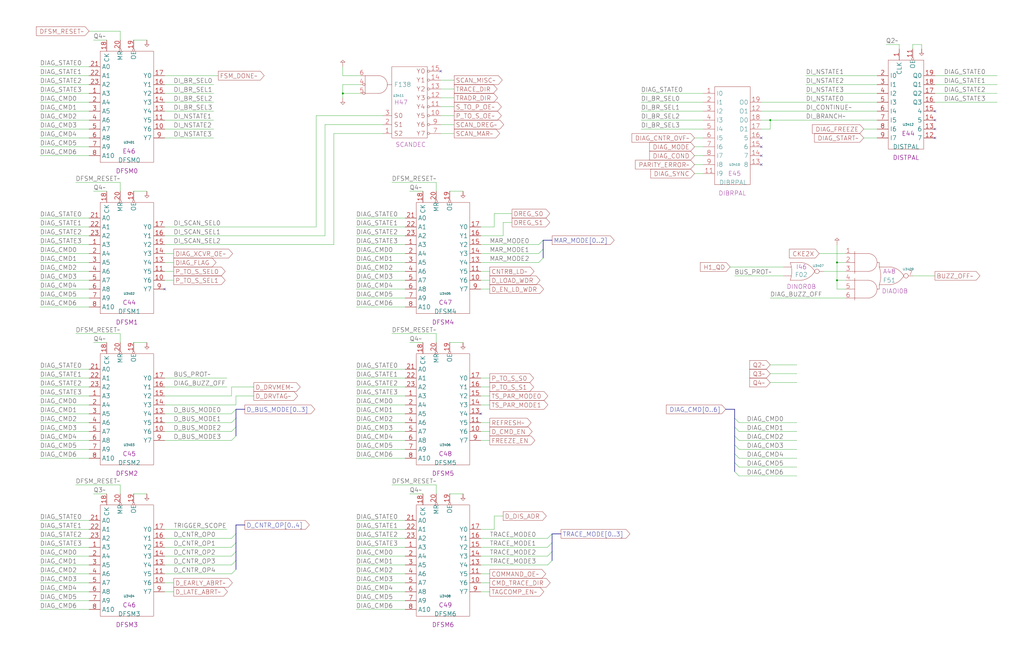
<source format=kicad_sch>
(kicad_sch (version 20220126) (generator eeschema)
  (paper "User" 584.2 378.46)
  (title_block (title "DIAGNOSTIC AND CONTROL\\nDIAG FINITE STATE MACHINE") (date "08-MAR-90") (rev "0.0") (comment 1 "MEM32 BOARD") (comment 2 "232-003066") (comment 3 "S400") (comment 4 "RELEASED"))
  (lib_symbols
    (symbol "r1000:DIBRPAL" (pin_names (offset 1.016))
      (property "Reference" "U" (at 2.54 5.08 0))
      (property "Value" "DIBRPAL" (at -6.35 -5.08 0))
      (property "Location" "___" (at -1.27 0 0))
      (property "Name" "______" (at 1.27 -12.7 0))
      (symbol "DIBRPAL_1_1"
        (pin input line (at -15.24 45.72 0) (length 6.35) (name "I0") (number "1"))
        (pin input line (at -15.24 0 0) (length 6.35) (name "I9") (number "11"))
        (pin output line (at 17.78 35.56 180) (length 6.35) (name "O1") (number "12"))
        (pin input line (at 17.78 5.08 180) (length 6.35) (name "8") (number "13"))
        (pin input line (at 17.78 10.16 180) (length 6.35) (name "7") (number "14"))
        (pin input line (at 17.78 15.24 180) (length 6.35) (name "6") (number "15"))
        (pin input line (at 17.78 20.32 180) (length 6.35) (name "5") (number "16"))
        (pin tri_state line (at 17.78 25.4 180) (length 6.35) (name "D1") (number "17"))
        (pin tri_state line (at 17.78 30.48 180) (length 6.35) (name "D0") (number "18"))
        (pin output line (at 17.78 40.64 180) (length 6.35) (name "O0") (number "19"))
        (pin input line (at -15.24 40.64 0) (length 6.35) (name "I1") (number "2"))
        (pin input line (at -15.24 35.56 0) (length 6.35) (name "I2") (number "3"))
        (pin input line (at -15.24 30.48 0) (length 6.35) (name "I3") (number "4"))
        (pin input line (at -15.24 25.4 0) (length 6.35) (name "I4") (number "5"))
        (pin input line (at -15.24 20.32 0) (length 6.35) (name "I5") (number "6"))
        (pin input line (at -15.24 15.24 0) (length 6.35) (name "I6") (number "7"))
        (pin input line (at -15.24 10.16 0) (length 6.35) (name "I7") (number "8"))
        (pin input line (at -15.24 5.08 0) (length 6.35) (name "I8") (number "9"))
      )
    )
    (symbol "r1000:DISTPAL" (pin_names (offset 1.016))
      (property "Reference" "U" (at 2.54 5.08 0))
      (property "Value" "DISTPAL" (at -6.35 -7.62 0))
      (property "Location" "___" (at -1.27 0 0))
      (property "Name" "______" (at 1.27 -15.24 0))
      (symbol "DISTPAL_1_1"
        (pin input line (at -2.54 48.26 270) (length 6.35) (name "CLK") (number "1"))
        (pin input line (at 5.08 48.26 270) (length 5.08) (name "OE") (number "11"))
        (pin input line (at 17.78 -2.54 180) (length 6.35) (name "7") (number "12"))
        (pin input line (at 17.78 2.54 180) (length 6.35) (name "6") (number "13"))
        (pin input line (at 17.78 7.62 180) (length 6.35) (name "5") (number "14"))
        (pin input line (at 17.78 12.7 180) (length 6.35) (name "4") (number "15"))
        (pin output line (at 17.78 17.78 180) (length 6.35) (name "Q3") (number "16"))
        (pin output line (at 17.78 22.86 180) (length 6.35) (name "Q2") (number "17"))
        (pin output line (at 17.78 27.94 180) (length 6.35) (name "Q1") (number "18"))
        (pin output line (at 17.78 33.02 180) (length 6.35) (name "Q0") (number "19"))
        (pin input line (at -15.24 33.02 0) (length 6.35) (name "I0") (number "2"))
        (pin input line (at -15.24 27.94 0) (length 6.35) (name "I1") (number "3"))
        (pin input line (at -15.24 22.86 0) (length 6.35) (name "I2") (number "4"))
        (pin input line (at -15.24 17.78 0) (length 6.35) (name "I3") (number "5"))
        (pin input line (at -15.24 12.7 0) (length 6.35) (name "I4") (number "6"))
        (pin input line (at -15.24 7.62 0) (length 6.35) (name "I5") (number "7"))
        (pin input line (at -15.24 2.54 0) (length 6.35) (name "I6") (number "8"))
        (pin input line (at -15.24 -2.54 0) (length 6.35) (name "I7") (number "9"))
      )
    )
    (symbol "r1000:F02" (pin_numbers hide) (pin_names hide)
      (property "Reference" "U" (at 12.16 0.635 0))
      (property "Value" "F02" (at -1.27 -4.445 0))
      (property "Location" "___" (at 2.54 0 0))
      (property "Name" "______" (at 2.54 -12.7 0))
      (symbol "F02_1_1"
        (pin input line (at -7.62 0 0) (length 2.54) (name "D0") (number "1"))
        (pin input line (at -7.62 -5.08 0) (length 2.54) (name "D1") (number "2"))
        (pin output line (at 15.24 -2.54 180) (length 1.27) (name "Q") (number "3"))
      )
      (symbol "F02_1_2"
        (pin input line (at -7.62 0 0) (length 2.54) (name "D0") (number "1"))
        (pin input line (at -7.62 -5.08 0) (length 2.54) (name "D1") (number "2"))
        (pin output line (at 15.24 -2.54 180) (length 2.54) (name "Q") (number "3"))
      )
    )
    (symbol "r1000:F138" (pin_names (offset 1.016) hide)
      (property "Reference" "U" (at 1.27 3.81 0))
      (property "Value" "F138" (at -1.27 10.16 0))
      (property "Location" "___" (at -1.27 0 0))
      (property "Name" "______" (at 8.255 -24.13 0))
      (symbol "F138_1_1"
        (text "0" (at 2.54 -7.62 0) (effects (font (size 2.54 2.54))))
        (text "0" (at 15.24 17.78 0) (effects (font (size 2.54 2.54))))
        (text "1" (at 2.54 -12.7 0) (effects (font (size 2.54 2.54))))
        (text "1" (at 15.24 12.7 0) (effects (font (size 2.54 2.54))))
        (text "2" (at 2.54 -17.78 0) (effects (font (size 2.54 2.54))))
        (text "2" (at 15.24 7.62 0) (effects (font (size 2.54 2.54))))
        (text "3" (at 15.24 2.54 0) (effects (font (size 2.54 2.54))))
        (text "4" (at 15.24 -2.54 0) (effects (font (size 2.54 2.54))))
        (text "5" (at 15.24 -7.62 0) (effects (font (size 2.54 2.54))))
        (text "6" (at 15.24 -12.7 0) (effects (font (size 2.54 2.54))))
        (text "7" (at 15.24 -17.78 0) (effects (font (size 2.54 2.54))))
        (text "S" (at 0 -17.78 0) (effects (font (size 2.54 2.54))))
        (text "S" (at 0 -12.7 0) (effects (font (size 2.54 2.54))))
        (text "S" (at 0 -7.62 0) (effects (font (size 2.54 2.54))))
        (text "Y" (at 12.7 -17.78 0) (effects (font (size 2.54 2.54))))
        (text "Y" (at 12.7 -12.7 0) (effects (font (size 2.54 2.54))))
        (text "Y" (at 12.7 -7.62 0) (effects (font (size 2.54 2.54))))
        (text "Y" (at 12.7 -2.54 0) (effects (font (size 2.54 2.54))))
        (text "Y" (at 12.7 2.54 0) (effects (font (size 2.54 2.54))))
        (text "Y" (at 12.7 7.62 0) (effects (font (size 2.54 2.54))))
        (text "Y" (at 12.7 12.7 0) (effects (font (size 2.54 2.54))))
        (text "Y" (at 12.7 17.78 0) (effects (font (size 2.54 2.54))))
        (pin input line (at -7.62 -17.78 0) (length 5.08) (name "S2") (number "1"))
        (pin output line (at 25.4 -7.62 180) (length 6.35) (name "Y5_") (number "10"))
        (pin output line (at 25.4 -2.54 180) (length 6.35) (name "Y4_") (number "11"))
        (pin output line (at 25.4 2.54 180) (length 6.35) (name "Y3_") (number "12"))
        (pin output line (at 25.4 7.62 180) (length 6.35) (name "Y2_") (number "13"))
        (pin output line (at 25.4 12.7 180) (length 6.35) (name "Y1_") (number "14"))
        (pin output line (at 25.4 17.78 180) (length 6.35) (name "Y0_") (number "15"))
        (pin input line (at -7.62 -12.7 0) (length 5.08) (name "S1") (number "2"))
        (pin input line (at -7.62 -7.62 0) (length 5.08) (name "S0") (number "3"))
        (pin input line (at -20.32 10.16 0) (length 1.27) (name "D1") (number "4"))
        (pin input line (at -20.32 5.08 0) (length 1.27) (name "D2") (number "5"))
        (pin input line (at -20.32 15.24 0) (length 1.27) (name "D0") (number "6"))
        (pin output line (at 25.4 -17.78 180) (length 6.35) (name "Y7_") (number "7"))
        (pin output line (at 25.4 -12.7 180) (length 6.35) (name "Y6_") (number "9"))
      )
    )
    (symbol "r1000:F51" (pin_names hide)
      (property "Reference" "U" (at 12.7 1.27 0))
      (property "Value" "F51" (at 1.905 -5.08 0))
      (property "Location" "___" (at 1.905 0 0))
      (property "Name" "______" (at 5.08 -12.7 0))
      (symbol "F51_1_1"
        (pin input line (at -22.86 10.16 0) (length 2.54) (name "A1") (number "1"))
        (pin input line (at -22.86 5.08 0) (length 2.54) (name "A2") (number "2"))
        (pin input line (at -22.86 0 0) (length 2.54) (name "A3") (number "3"))
        (pin input line (at -22.86 -5.08 0) (length 2.54) (name "B1") (number "4"))
        (pin input line (at -22.86 -10.16 0) (length 2.54) (name "B2") (number "5"))
        (pin input line (at -22.86 -15.24 0) (length 2.54) (name "B3") (number "6"))
        (pin output line (at 15.24 -2.54 180) (length 2.54) (name "Q") (number "7"))
      )
    )
    (symbol "r1000:P2K8R" (pin_names (offset 1.016))
      (property "Reference" "U" (at 2.54 5.08 0))
      (property "Value" "P2K8R" (at -3.81 -5.08 0))
      (property "Location" "___" (at -1.27 0 0))
      (property "Name" "______" (at 1.27 -12.7 0))
      (symbol "P2K8R_1_1"
        (pin input line (at -20.32 33.02 0) (length 6.35) (name "A3") (number "1"))
        (pin tri_state line (at 22.86 12.7 180) (length 6.35) (name "Y6") (number "10"))
        (pin tri_state line (at 22.86 17.78 180) (length 6.35) (name "Y5") (number "11"))
        (pin tri_state line (at 22.86 22.86 180) (length 6.35) (name "Y4") (number "13"))
        (pin tri_state line (at 22.86 27.94 180) (length 6.35) (name "Y3") (number "14"))
        (pin tri_state line (at 22.86 33.02 180) (length 6.35) (name "Y2") (number "15"))
        (pin tri_state line (at 22.86 38.1 180) (length 6.35) (name "Y1") (number "16"))
        (pin tri_state line (at 22.86 43.18 180) (length 6.35) (name "Y0") (number "17"))
        (pin input line (at -10.16 63.5 270) (length 6.35) (name "CK") (number "18"))
        (pin input line (at 5.08 63.5 270) (length 5.08) (name "OE") (number "19"))
        (pin input line (at -20.32 27.94 0) (length 6.35) (name "A4") (number "2"))
        (pin input line (at -2.54 63.5 270) (length 5.08) (name "MR") (number "20"))
        (pin input line (at -20.32 48.26 0) (length 6.35) (name "A0") (number "21"))
        (pin input line (at -20.32 43.18 0) (length 6.35) (name "A1") (number "22"))
        (pin input line (at -20.32 38.1 0) (length 6.35) (name "A2") (number "23"))
        (pin input line (at -20.32 22.86 0) (length 6.35) (name "A5") (number "3"))
        (pin input line (at -20.32 17.78 0) (length 6.35) (name "A6") (number "4"))
        (pin input line (at -20.32 12.7 0) (length 6.35) (name "A7") (number "5"))
        (pin input line (at -20.32 7.62 0) (length 6.35) (name "A8") (number "6"))
        (pin input line (at -20.32 2.54 0) (length 6.35) (name "A9") (number "7"))
        (pin input line (at -20.32 -2.54 0) (length 6.35) (name "A10") (number "8"))
        (pin tri_state line (at 22.86 7.62 180) (length 6.35) (name "Y7") (number "9"))
      )
    )
    (symbol "r1000:PD" (power) (pin_numbers hide) (pin_names hide) (in_bom no)
      (symbol "PD_1_1"
        (pin power_in line (at 0 0 270) (length 2.54) (name "PD") (number "1"))
      )
    )
    (symbol "r1000:PU" (power) (pin_numbers hide) (pin_names hide)
      (symbol "PU_1_1"
        (pin power_in line (at 0 0 90) (length 2.54) (name "PU") (number "1"))
      )
    )
  )
  (bus (pts (xy 134.62 233.68) (xy 134.62 238.76)))
  (bus (pts (xy 134.62 233.68) (xy 139.7 233.68)))
  (bus (pts (xy 134.62 238.76) (xy 134.62 243.84)))
  (bus (pts (xy 134.62 243.84) (xy 134.62 248.92)))
  (bus (pts (xy 134.62 299.72) (xy 134.62 304.8)))
  (bus (pts (xy 134.62 299.72) (xy 139.7 299.72)))
  (bus (pts (xy 134.62 304.8) (xy 134.62 309.88)))
  (bus (pts (xy 134.62 309.88) (xy 134.62 314.96)))
  (bus (pts (xy 134.62 314.96) (xy 134.62 320.04)))
  (bus (pts (xy 134.62 320.04) (xy 134.62 325.12)))
  (bus (pts (xy 309.88 137.16) (xy 309.88 142.24)))
  (bus (pts (xy 309.88 137.16) (xy 314.96 137.16)))
  (bus (pts (xy 309.88 142.24) (xy 309.88 147.32)))
  (bus (pts (xy 314.96 304.8) (xy 314.96 309.88)))
  (bus (pts (xy 314.96 304.8) (xy 320.04 304.8)))
  (bus (pts (xy 314.96 309.88) (xy 314.96 314.96)))
  (bus (pts (xy 314.96 314.96) (xy 314.96 320.04)))
  (bus (pts (xy 419.1 233.68) (xy 414.02 233.68)))
  (bus (pts (xy 419.1 233.68) (xy 419.1 238.76)))
  (bus (pts (xy 419.1 238.76) (xy 419.1 243.84)))
  (bus (pts (xy 419.1 243.84) (xy 419.1 248.92)))
  (bus (pts (xy 419.1 248.92) (xy 419.1 254)))
  (bus (pts (xy 419.1 254) (xy 419.1 259.08)))
  (bus (pts (xy 419.1 259.08) (xy 419.1 264.16)))
  (bus (pts (xy 419.1 264.16) (xy 419.1 269.24)))
  (wire (pts (xy 132.08 220.98) (xy 132.08 226.06)))
  (wire (pts (xy 134.62 226.06) (xy 144.78 226.06)))
  (wire (pts (xy 134.62 231.14) (xy 134.62 226.06)))
  (wire (pts (xy 144.78 220.98) (xy 132.08 220.98)))
  (wire (pts (xy 180.34 129.54) (xy 180.34 66.04)))
  (wire (pts (xy 180.34 66.04) (xy 218.44 66.04)))
  (wire (pts (xy 185.42 134.62) (xy 185.42 71.12)))
  (wire (pts (xy 185.42 71.12) (xy 218.44 71.12)))
  (wire (pts (xy 190.5 139.7) (xy 190.5 76.2)))
  (wire (pts (xy 190.5 76.2) (xy 218.44 76.2)))
  (wire (pts (xy 195.58 43.18) (xy 195.58 38.1)))
  (wire (pts (xy 195.58 48.26) (xy 195.58 53.34)))
  (wire (pts (xy 195.58 53.34) (xy 195.58 55.88)))
  (wire (pts (xy 203.2 124.46) (xy 231.14 124.46)))
  (wire (pts (xy 203.2 129.54) (xy 231.14 129.54)))
  (wire (pts (xy 203.2 134.62) (xy 231.14 134.62)))
  (wire (pts (xy 203.2 139.7) (xy 231.14 139.7)))
  (wire (pts (xy 203.2 144.78) (xy 231.14 144.78)))
  (wire (pts (xy 203.2 149.86) (xy 231.14 149.86)))
  (wire (pts (xy 203.2 154.94) (xy 231.14 154.94)))
  (wire (pts (xy 203.2 160.02) (xy 231.14 160.02)))
  (wire (pts (xy 203.2 165.1) (xy 231.14 165.1)))
  (wire (pts (xy 203.2 170.18) (xy 231.14 170.18)))
  (wire (pts (xy 203.2 175.26) (xy 231.14 175.26)))
  (wire (pts (xy 203.2 210.82) (xy 231.14 210.82)))
  (wire (pts (xy 203.2 215.9) (xy 231.14 215.9)))
  (wire (pts (xy 203.2 220.98) (xy 231.14 220.98)))
  (wire (pts (xy 203.2 226.06) (xy 231.14 226.06)))
  (wire (pts (xy 203.2 231.14) (xy 231.14 231.14)))
  (wire (pts (xy 203.2 236.22) (xy 231.14 236.22)))
  (wire (pts (xy 203.2 241.3) (xy 231.14 241.3)))
  (wire (pts (xy 203.2 246.38) (xy 231.14 246.38)))
  (wire (pts (xy 203.2 251.46) (xy 231.14 251.46)))
  (wire (pts (xy 203.2 256.54) (xy 231.14 256.54)))
  (wire (pts (xy 203.2 261.62) (xy 231.14 261.62)))
  (wire (pts (xy 203.2 297.18) (xy 231.14 297.18)))
  (wire (pts (xy 203.2 302.26) (xy 231.14 302.26)))
  (wire (pts (xy 203.2 307.34) (xy 231.14 307.34)))
  (wire (pts (xy 203.2 312.42) (xy 231.14 312.42)))
  (wire (pts (xy 203.2 317.5) (xy 231.14 317.5)))
  (wire (pts (xy 203.2 322.58) (xy 231.14 322.58)))
  (wire (pts (xy 203.2 327.66) (xy 231.14 327.66)))
  (wire (pts (xy 203.2 332.74) (xy 231.14 332.74)))
  (wire (pts (xy 203.2 337.82) (xy 231.14 337.82)))
  (wire (pts (xy 203.2 342.9) (xy 231.14 342.9)))
  (wire (pts (xy 203.2 347.98) (xy 231.14 347.98)))
  (wire (pts (xy 205.74 43.18) (xy 195.58 43.18)))
  (wire (pts (xy 205.74 48.26) (xy 195.58 48.26)))
  (wire (pts (xy 205.74 53.34) (xy 195.58 53.34)))
  (wire (pts (xy 22.86 124.46) (xy 50.8 124.46)))
  (wire (pts (xy 22.86 129.54) (xy 50.8 129.54)))
  (wire (pts (xy 22.86 134.62) (xy 50.8 134.62)))
  (wire (pts (xy 22.86 139.7) (xy 50.8 139.7)))
  (wire (pts (xy 22.86 144.78) (xy 50.8 144.78)))
  (wire (pts (xy 22.86 149.86) (xy 50.8 149.86)))
  (wire (pts (xy 22.86 154.94) (xy 50.8 154.94)))
  (wire (pts (xy 22.86 160.02) (xy 50.8 160.02)))
  (wire (pts (xy 22.86 165.1) (xy 50.8 165.1)))
  (wire (pts (xy 22.86 170.18) (xy 50.8 170.18)))
  (wire (pts (xy 22.86 175.26) (xy 50.8 175.26)))
  (wire (pts (xy 22.86 210.82) (xy 50.8 210.82)))
  (wire (pts (xy 22.86 215.9) (xy 50.8 215.9)))
  (wire (pts (xy 22.86 220.98) (xy 50.8 220.98)))
  (wire (pts (xy 22.86 226.06) (xy 50.8 226.06)))
  (wire (pts (xy 22.86 231.14) (xy 50.8 231.14)))
  (wire (pts (xy 22.86 236.22) (xy 50.8 236.22)))
  (wire (pts (xy 22.86 241.3) (xy 50.8 241.3)))
  (wire (pts (xy 22.86 246.38) (xy 50.8 246.38)))
  (wire (pts (xy 22.86 251.46) (xy 50.8 251.46)))
  (wire (pts (xy 22.86 256.54) (xy 50.8 256.54)))
  (wire (pts (xy 22.86 261.62) (xy 50.8 261.62)))
  (wire (pts (xy 22.86 297.18) (xy 50.8 297.18)))
  (wire (pts (xy 22.86 302.26) (xy 50.8 302.26)))
  (wire (pts (xy 22.86 307.34) (xy 50.8 307.34)))
  (wire (pts (xy 22.86 312.42) (xy 50.8 312.42)))
  (wire (pts (xy 22.86 317.5) (xy 50.8 317.5)))
  (wire (pts (xy 22.86 322.58) (xy 50.8 322.58)))
  (wire (pts (xy 22.86 327.66) (xy 50.8 327.66)))
  (wire (pts (xy 22.86 332.74) (xy 50.8 332.74)))
  (wire (pts (xy 22.86 337.82) (xy 50.8 337.82)))
  (wire (pts (xy 22.86 342.9) (xy 50.8 342.9)))
  (wire (pts (xy 22.86 347.98) (xy 50.8 347.98)))
  (wire (pts (xy 22.86 38.1) (xy 50.8 38.1)))
  (wire (pts (xy 22.86 43.18) (xy 50.8 43.18)))
  (wire (pts (xy 22.86 48.26) (xy 50.8 48.26)))
  (wire (pts (xy 22.86 53.34) (xy 50.8 53.34)))
  (wire (pts (xy 22.86 58.42) (xy 50.8 58.42)))
  (wire (pts (xy 22.86 63.5) (xy 50.8 63.5)))
  (wire (pts (xy 22.86 68.58) (xy 50.8 68.58)))
  (wire (pts (xy 22.86 73.66) (xy 50.8 73.66)))
  (wire (pts (xy 22.86 78.74) (xy 50.8 78.74)))
  (wire (pts (xy 22.86 83.82) (xy 50.8 83.82)))
  (wire (pts (xy 22.86 88.9) (xy 50.8 88.9)))
  (wire (pts (xy 223.52 104.14) (xy 248.92 104.14)))
  (wire (pts (xy 223.52 190.5) (xy 248.92 190.5)))
  (wire (pts (xy 223.52 276.86) (xy 248.92 276.86)))
  (wire (pts (xy 233.68 109.22) (xy 241.3 109.22)))
  (wire (pts (xy 233.68 195.58) (xy 241.3 195.58)))
  (wire (pts (xy 233.68 281.94) (xy 241.3 281.94)))
  (wire (pts (xy 248.92 109.22) (xy 248.92 104.14)))
  (wire (pts (xy 248.92 195.58) (xy 248.92 190.5)))
  (wire (pts (xy 248.92 281.94) (xy 248.92 276.86)))
  (wire (pts (xy 251.46 45.72) (xy 259.08 45.72)))
  (wire (pts (xy 251.46 50.8) (xy 259.08 50.8)))
  (wire (pts (xy 251.46 55.88) (xy 259.08 55.88)))
  (wire (pts (xy 251.46 60.96) (xy 259.08 60.96)))
  (wire (pts (xy 251.46 66.04) (xy 259.08 66.04)))
  (wire (pts (xy 251.46 71.12) (xy 259.08 71.12)))
  (wire (pts (xy 251.46 76.2) (xy 259.08 76.2)))
  (wire (pts (xy 256.54 109.22) (xy 264.16 109.22)))
  (wire (pts (xy 256.54 195.58) (xy 264.16 195.58)))
  (wire (pts (xy 256.54 281.94) (xy 264.16 281.94)))
  (wire (pts (xy 274.32 139.7) (xy 307.34 139.7)))
  (wire (pts (xy 274.32 144.78) (xy 307.34 144.78)))
  (wire (pts (xy 274.32 149.86) (xy 307.34 149.86)))
  (wire (pts (xy 274.32 154.94) (xy 279.4 154.94)))
  (wire (pts (xy 274.32 160.02) (xy 279.4 160.02)))
  (wire (pts (xy 274.32 165.1) (xy 279.4 165.1)))
  (wire (pts (xy 274.32 215.9) (xy 279.4 215.9)))
  (wire (pts (xy 274.32 220.98) (xy 279.4 220.98)))
  (wire (pts (xy 274.32 226.06) (xy 279.4 226.06)))
  (wire (pts (xy 274.32 231.14) (xy 279.4 231.14)))
  (wire (pts (xy 274.32 241.3) (xy 279.4 241.3)))
  (wire (pts (xy 274.32 246.38) (xy 279.4 246.38)))
  (wire (pts (xy 274.32 251.46) (xy 279.4 251.46)))
  (wire (pts (xy 274.32 307.34) (xy 312.42 307.34)))
  (wire (pts (xy 274.32 312.42) (xy 312.42 312.42)))
  (wire (pts (xy 274.32 317.5) (xy 312.42 317.5)))
  (wire (pts (xy 274.32 322.58) (xy 312.42 322.58)))
  (wire (pts (xy 274.32 327.66) (xy 279.4 327.66)))
  (wire (pts (xy 274.32 332.74) (xy 279.4 332.74)))
  (wire (pts (xy 274.32 337.82) (xy 279.4 337.82)))
  (wire (pts (xy 281.94 121.92) (xy 281.94 129.54)))
  (wire (pts (xy 281.94 121.92) (xy 292.1 121.92)))
  (wire (pts (xy 281.94 129.54) (xy 274.32 129.54)))
  (wire (pts (xy 281.94 294.64) (xy 281.94 302.26)))
  (wire (pts (xy 281.94 294.64) (xy 287.02 294.64)))
  (wire (pts (xy 281.94 302.26) (xy 274.32 302.26)))
  (wire (pts (xy 287.02 127) (xy 287.02 134.62)))
  (wire (pts (xy 287.02 127) (xy 292.1 127)))
  (wire (pts (xy 287.02 134.62) (xy 274.32 134.62)))
  (wire (pts (xy 365.76 53.34) (xy 401.32 53.34)))
  (wire (pts (xy 365.76 58.42) (xy 401.32 58.42)))
  (wire (pts (xy 365.76 63.5) (xy 401.32 63.5)))
  (wire (pts (xy 365.76 68.58) (xy 401.32 68.58)))
  (wire (pts (xy 365.76 73.66) (xy 401.32 73.66)))
  (wire (pts (xy 396.24 78.74) (xy 401.32 78.74)))
  (wire (pts (xy 396.24 83.82) (xy 401.32 83.82)))
  (wire (pts (xy 396.24 88.9) (xy 401.32 88.9)))
  (wire (pts (xy 396.24 93.98) (xy 401.32 93.98)))
  (wire (pts (xy 396.24 99.06) (xy 401.32 99.06)))
  (wire (pts (xy 416.56 152.4) (xy 447.04 152.4)))
  (wire (pts (xy 419.1 157.48) (xy 447.04 157.48)))
  (wire (pts (xy 43.18 104.14) (xy 68.58 104.14)))
  (wire (pts (xy 43.18 190.5) (xy 68.58 190.5)))
  (wire (pts (xy 43.18 276.86) (xy 68.58 276.86)))
  (wire (pts (xy 434.34 58.42) (xy 500.38 58.42)))
  (wire (pts (xy 434.34 63.5) (xy 500.38 63.5)))
  (wire (pts (xy 434.34 68.58) (xy 439.42 68.58)))
  (wire (pts (xy 434.34 73.66) (xy 439.42 73.66)))
  (wire (pts (xy 439.42 170.18) (xy 482.6 170.18)))
  (wire (pts (xy 439.42 208.28) (xy 454.66 208.28)))
  (wire (pts (xy 439.42 213.36) (xy 454.66 213.36)))
  (wire (pts (xy 439.42 218.44) (xy 454.66 218.44)))
  (wire (pts (xy 439.42 68.58) (xy 500.38 68.58)))
  (wire (pts (xy 439.42 73.66) (xy 439.42 68.58)))
  (wire (pts (xy 454.66 241.3) (xy 421.64 241.3)))
  (wire (pts (xy 454.66 246.38) (xy 421.64 246.38)))
  (wire (pts (xy 454.66 251.46) (xy 421.64 251.46)))
  (wire (pts (xy 454.66 256.54) (xy 421.64 256.54)))
  (wire (pts (xy 454.66 261.62) (xy 421.64 261.62)))
  (wire (pts (xy 454.66 266.7) (xy 421.64 266.7)))
  (wire (pts (xy 454.66 271.78) (xy 421.64 271.78)))
  (wire (pts (xy 459.74 43.18) (xy 500.38 43.18)))
  (wire (pts (xy 459.74 48.26) (xy 500.38 48.26)))
  (wire (pts (xy 459.74 53.34) (xy 500.38 53.34)))
  (wire (pts (xy 467.36 144.78) (xy 482.6 144.78)))
  (wire (pts (xy 469.9 154.94) (xy 482.6 154.94)))
  (wire (pts (xy 477.52 139.7) (xy 477.52 149.86)))
  (wire (pts (xy 477.52 149.86) (xy 477.52 160.02)))
  (wire (pts (xy 477.52 149.86) (xy 482.6 149.86)))
  (wire (pts (xy 477.52 160.02) (xy 482.6 160.02)))
  (wire (pts (xy 477.52 165.1) (xy 477.52 160.02)))
  (wire (pts (xy 482.6 165.1) (xy 477.52 165.1)))
  (wire (pts (xy 492.76 73.66) (xy 500.38 73.66)))
  (wire (pts (xy 492.76 78.74) (xy 500.38 78.74)))
  (wire (pts (xy 50.8 17.78) (xy 68.58 17.78)))
  (wire (pts (xy 505.46 25.4) (xy 513.08 25.4)))
  (wire (pts (xy 513.08 25.4) (xy 513.08 27.94)))
  (wire (pts (xy 520.7 157.48) (xy 533.4 157.48)))
  (wire (pts (xy 520.7 25.4) (xy 520.7 27.94)))
  (wire (pts (xy 525.78 25.4) (xy 520.7 25.4)))
  (wire (pts (xy 525.78 27.94) (xy 525.78 25.4)))
  (wire (pts (xy 53.34 109.22) (xy 60.96 109.22)))
  (wire (pts (xy 53.34 195.58) (xy 60.96 195.58)))
  (wire (pts (xy 53.34 22.86) (xy 60.96 22.86)))
  (wire (pts (xy 53.34 281.94) (xy 60.96 281.94)))
  (wire (pts (xy 533.4 43.18) (xy 568.96 43.18)))
  (wire (pts (xy 533.4 48.26) (xy 568.96 48.26)))
  (wire (pts (xy 533.4 53.34) (xy 568.96 53.34)))
  (wire (pts (xy 533.4 58.42) (xy 568.96 58.42)))
  (wire (pts (xy 68.58 109.22) (xy 68.58 104.14)))
  (wire (pts (xy 68.58 195.58) (xy 68.58 190.5)))
  (wire (pts (xy 68.58 22.86) (xy 68.58 17.78)))
  (wire (pts (xy 68.58 281.94) (xy 68.58 276.86)))
  (wire (pts (xy 76.2 109.22) (xy 83.82 109.22)))
  (wire (pts (xy 76.2 195.58) (xy 83.82 195.58)))
  (wire (pts (xy 76.2 22.86) (xy 83.82 22.86)))
  (wire (pts (xy 76.2 281.94) (xy 83.82 281.94)))
  (wire (pts (xy 93.98 129.54) (xy 180.34 129.54)))
  (wire (pts (xy 93.98 134.62) (xy 185.42 134.62)))
  (wire (pts (xy 93.98 139.7) (xy 190.5 139.7)))
  (wire (pts (xy 93.98 144.78) (xy 99.06 144.78)))
  (wire (pts (xy 93.98 149.86) (xy 99.06 149.86)))
  (wire (pts (xy 93.98 154.94) (xy 99.06 154.94)))
  (wire (pts (xy 93.98 160.02) (xy 99.06 160.02)))
  (wire (pts (xy 93.98 215.9) (xy 129.54 215.9)))
  (wire (pts (xy 93.98 220.98) (xy 129.54 220.98)))
  (wire (pts (xy 93.98 226.06) (xy 132.08 226.06)))
  (wire (pts (xy 93.98 231.14) (xy 134.62 231.14)))
  (wire (pts (xy 93.98 236.22) (xy 132.08 236.22)))
  (wire (pts (xy 93.98 241.3) (xy 132.08 241.3)))
  (wire (pts (xy 93.98 246.38) (xy 132.08 246.38)))
  (wire (pts (xy 93.98 251.46) (xy 132.08 251.46)))
  (wire (pts (xy 93.98 302.26) (xy 129.54 302.26)))
  (wire (pts (xy 93.98 307.34) (xy 132.08 307.34)))
  (wire (pts (xy 93.98 312.42) (xy 132.08 312.42)))
  (wire (pts (xy 93.98 317.5) (xy 132.08 317.5)))
  (wire (pts (xy 93.98 322.58) (xy 132.08 322.58)))
  (wire (pts (xy 93.98 327.66) (xy 132.08 327.66)))
  (wire (pts (xy 93.98 332.74) (xy 99.06 332.74)))
  (wire (pts (xy 93.98 337.82) (xy 99.06 337.82)))
  (wire (pts (xy 93.98 43.18) (xy 124.46 43.18)))
  (wire (pts (xy 93.98 48.26) (xy 121.92 48.26)))
  (wire (pts (xy 93.98 53.34) (xy 121.92 53.34)))
  (wire (pts (xy 93.98 58.42) (xy 121.92 58.42)))
  (wire (pts (xy 93.98 63.5) (xy 121.92 63.5)))
  (wire (pts (xy 93.98 68.58) (xy 121.92 68.58)))
  (wire (pts (xy 93.98 73.66) (xy 121.92 73.66)))
  (wire (pts (xy 93.98 78.74) (xy 121.92 78.74)))
  (label "DIAG_STATE0" (at 22.86 38.1 0) (effects (font (size 2.54 2.54))))
  (label "DIAG_STATE1" (at 22.86 43.18 0) (effects (font (size 2.54 2.54))))
  (label "DIAG_STATE2" (at 22.86 48.26 0) (effects (font (size 2.54 2.54))))
  (label "DIAG_STATE3" (at 22.86 53.34 0) (effects (font (size 2.54 2.54))))
  (label "DIAG_CMD0" (at 22.86 58.42 0) (effects (font (size 2.54 2.54))))
  (label "DIAG_CMD1" (at 22.86 63.5 0) (effects (font (size 2.54 2.54))))
  (label "DIAG_CMD2" (at 22.86 68.58 0) (effects (font (size 2.54 2.54))))
  (label "DIAG_CMD3" (at 22.86 73.66 0) (effects (font (size 2.54 2.54))))
  (label "DIAG_CMD4" (at 22.86 78.74 0) (effects (font (size 2.54 2.54))))
  (label "DIAG_CMD5" (at 22.86 83.82 0) (effects (font (size 2.54 2.54))))
  (label "DIAG_CMD6" (at 22.86 88.9 0) (effects (font (size 2.54 2.54))))
  (label "DIAG_STATE0" (at 22.86 124.46 0) (effects (font (size 2.54 2.54))))
  (label "DIAG_STATE1" (at 22.86 129.54 0) (effects (font (size 2.54 2.54))))
  (label "DIAG_STATE2" (at 22.86 134.62 0) (effects (font (size 2.54 2.54))))
  (label "DIAG_STATE3" (at 22.86 139.7 0) (effects (font (size 2.54 2.54))))
  (label "DIAG_CMD0" (at 22.86 144.78 0) (effects (font (size 2.54 2.54))))
  (label "DIAG_CMD1" (at 22.86 149.86 0) (effects (font (size 2.54 2.54))))
  (label "DIAG_CMD2" (at 22.86 154.94 0) (effects (font (size 2.54 2.54))))
  (label "DIAG_CMD3" (at 22.86 160.02 0) (effects (font (size 2.54 2.54))))
  (label "DIAG_CMD4" (at 22.86 165.1 0) (effects (font (size 2.54 2.54))))
  (label "DIAG_CMD5" (at 22.86 170.18 0) (effects (font (size 2.54 2.54))))
  (label "DIAG_CMD6" (at 22.86 175.26 0) (effects (font (size 2.54 2.54))))
  (label "DIAG_STATE0" (at 22.86 210.82 0) (effects (font (size 2.54 2.54))))
  (label "DIAG_STATE1" (at 22.86 215.9 0) (effects (font (size 2.54 2.54))))
  (label "DIAG_STATE2" (at 22.86 220.98 0) (effects (font (size 2.54 2.54))))
  (label "DIAG_STATE3" (at 22.86 226.06 0) (effects (font (size 2.54 2.54))))
  (label "DIAG_CMD0" (at 22.86 231.14 0) (effects (font (size 2.54 2.54))))
  (label "DIAG_CMD1" (at 22.86 236.22 0) (effects (font (size 2.54 2.54))))
  (label "DIAG_CMD2" (at 22.86 241.3 0) (effects (font (size 2.54 2.54))))
  (label "DIAG_CMD3" (at 22.86 246.38 0) (effects (font (size 2.54 2.54))))
  (label "DIAG_CMD4" (at 22.86 251.46 0) (effects (font (size 2.54 2.54))))
  (label "DIAG_CMD5" (at 22.86 256.54 0) (effects (font (size 2.54 2.54))))
  (label "DIAG_CMD6" (at 22.86 261.62 0) (effects (font (size 2.54 2.54))))
  (label "DIAG_STATE0" (at 22.86 297.18 0) (effects (font (size 2.54 2.54))))
  (label "DIAG_STATE1" (at 22.86 302.26 0) (effects (font (size 2.54 2.54))))
  (label "DIAG_STATE2" (at 22.86 307.34 0) (effects (font (size 2.54 2.54))))
  (label "DIAG_STATE3" (at 22.86 312.42 0) (effects (font (size 2.54 2.54))))
  (label "DIAG_CMD0" (at 22.86 317.5 0) (effects (font (size 2.54 2.54))))
  (label "DIAG_CMD1" (at 22.86 322.58 0) (effects (font (size 2.54 2.54))))
  (label "DIAG_CMD2" (at 22.86 327.66 0) (effects (font (size 2.54 2.54))))
  (label "DIAG_CMD3" (at 22.86 332.74 0) (effects (font (size 2.54 2.54))))
  (label "DIAG_CMD4" (at 22.86 337.82 0) (effects (font (size 2.54 2.54))))
  (label "DIAG_CMD5" (at 22.86 342.9 0) (effects (font (size 2.54 2.54))))
  (label "DIAG_CMD6" (at 22.86 347.98 0) (effects (font (size 2.54 2.54))))
  (label "DFSM_RESET~" (at 43.18 104.14 0) (effects (font (size 2.54 2.54))))
  (label "DFSM_RESET~" (at 43.18 190.5 0) (effects (font (size 2.54 2.54))))
  (label "DFSM_RESET~" (at 43.18 276.86 0) (effects (font (size 2.54 2.54))))
  (global_label "DFSM_RESET~" (shape input) (at 50.8 17.78 180) (effects (font (size 2.54 2.54))) (property "Intersheet References" "${INTERSHEET_REFS}" (at 20.8855 17.6213 0) (effects (font (size 1.905 1.905)) (justify right))))
  (label "Q4~" (at 53.34 22.86 0) (effects (font (size 2.54 2.54))))
  (label "Q4~" (at 53.34 109.22 0) (effects (font (size 2.54 2.54))))
  (label "Q4~" (at 53.34 195.58 0) (effects (font (size 2.54 2.54))))
  (label "Q3~" (at 53.34 281.94 0) (effects (font (size 2.54 2.54))))
  (symbol (lib_id "r1000:P2K8R") (at 71.12 86.36 0) (unit 1)
    (property "Reference" "U3401" (at 73.66 81.28 0))
    (property "Value" "DFSM0" (at 67.31 91.44 0) (effects (font (size 2.54 2.54)) (justify left)))
    (property "Location" "E46" (at 69.85 86.36 0) (effects (font (size 2.54 2.54)) (justify left)))
    (property "Name" "DFSM0" (at 72.39 99.06 0) (effects (font (size 2.54 2.54)) (justify bottom)))
  )
  (symbol (lib_id "r1000:P2K8R") (at 71.12 172.72 0) (unit 1)
    (property "Reference" "U3402" (at 73.66 167.64 0))
    (property "Value" "DFSM1" (at 67.31 177.8 0) (effects (font (size 2.54 2.54)) (justify left)))
    (property "Location" "C44" (at 69.85 172.72 0) (effects (font (size 2.54 2.54)) (justify left)))
    (property "Name" "DFSM1" (at 72.39 185.42 0) (effects (font (size 2.54 2.54)) (justify bottom)))
  )
  (symbol (lib_id "r1000:P2K8R") (at 71.12 259.08 0) (unit 1)
    (property "Reference" "U3403" (at 73.66 254 0))
    (property "Value" "DFSM2" (at 67.31 264.16 0) (effects (font (size 2.54 2.54)) (justify left)))
    (property "Location" "C45" (at 69.85 259.08 0) (effects (font (size 2.54 2.54)) (justify left)))
    (property "Name" "DFSM2" (at 72.39 271.78 0) (effects (font (size 2.54 2.54)) (justify bottom)))
  )
  (symbol (lib_id "r1000:P2K8R") (at 71.12 345.44 0) (unit 1)
    (property "Reference" "U3404" (at 73.66 340.36 0))
    (property "Value" "DFSM3" (at 67.31 350.52 0) (effects (font (size 2.54 2.54)) (justify left)))
    (property "Location" "C46" (at 69.85 345.44 0) (effects (font (size 2.54 2.54)) (justify left)))
    (property "Name" "DFSM3" (at 72.39 358.14 0) (effects (font (size 2.54 2.54)) (justify bottom)))
  )
  (symbol (lib_id "r1000:PD") (at 83.82 22.86 0) (unit 1) (in_bom no)
    (property "Reference" "#PWR03401" (effects hide))
    (property "Value" "PD" (effects hide))
  )
  (symbol (lib_id "r1000:PD") (at 83.82 109.22 0) (unit 1) (in_bom no)
    (property "Reference" "#PWR03402" (effects hide))
    (property "Value" "PD" (effects hide))
  )
  (symbol (lib_id "r1000:PD") (at 83.82 195.58 0) (unit 1) (in_bom no)
    (property "Reference" "#PWR03403" (effects hide))
    (property "Value" "PD" (effects hide))
  )
  (symbol (lib_id "r1000:PD") (at 83.82 281.94 0) (unit 1) (in_bom no)
    (property "Reference" "#PWR03406" (effects hide))
    (property "Value" "PD" (effects hide))
  )
  (no_connect (at 93.98 165.1))
  (label "DI_BR_SEL0" (at 99.06 48.26 0) (effects (font (size 2.54 2.54))))
  (label "DI_BR_SEL1" (at 99.06 53.34 0) (effects (font (size 2.54 2.54))))
  (label "DI_BR_SEL2" (at 99.06 58.42 0) (effects (font (size 2.54 2.54))))
  (label "DI_BR_SEL3" (at 99.06 63.5 0) (effects (font (size 2.54 2.54))))
  (label "DI_NSTATE1" (at 99.06 68.58 0) (effects (font (size 2.54 2.54))))
  (label "DI_NSTATE2" (at 99.06 73.66 0) (effects (font (size 2.54 2.54))))
  (label "DI_NSTATE3" (at 99.06 78.74 0) (effects (font (size 2.54 2.54))))
  (label "DI_SCAN_SEL0" (at 99.06 129.54 0) (effects (font (size 2.54 2.54))))
  (label "DI_SCAN_SEL1" (at 99.06 134.62 0) (effects (font (size 2.54 2.54))))
  (label "DI_SCAN_SEL2" (at 99.06 139.7 0) (effects (font (size 2.54 2.54))))
  (global_label "DIAG_XCVR_OE~" (shape output) (at 99.06 144.78 0) (effects (font (size 2.54 2.54))) (property "Intersheet References" "${INTERSHEET_REFS}" (at 132.4822 144.6213 0) (effects (font (size 1.905 1.905)) (justify left))))
  (global_label "DIAG_FLAG" (shape output) (at 99.06 149.86 0) (effects (font (size 2.54 2.54))) (property "Intersheet References" "${INTERSHEET_REFS}" (at 123.0479 149.7013 0) (effects (font (size 1.905 1.905)) (justify left))))
  (global_label "P_TO_S_SEL0" (shape output) (at 99.06 154.94 0) (effects (font (size 2.54 2.54))) (property "Intersheet References" "${INTERSHEET_REFS}" (at 128.2488 154.7813 0) (effects (font (size 1.905 1.905)) (justify left))))
  (global_label "P_TO_S_SEL1" (shape output) (at 99.06 160.02 0) (effects (font (size 2.54 2.54))) (property "Intersheet References" "${INTERSHEET_REFS}" (at 128.2488 159.8613 0) (effects (font (size 1.905 1.905)) (justify left))))
  (label "BUS_PROT~" (at 99.06 215.9 0) (effects (font (size 2.54 2.54))))
  (label "DIAG_BUZZ_OFF" (at 99.06 220.98 0) (effects (font (size 2.54 2.54))))
  (label "D_BUS_MODE0" (at 99.06 236.22 0) (effects (font (size 2.54 2.54))))
  (label "D_BUS_MODE1" (at 99.06 241.3 0) (effects (font (size 2.54 2.54))))
  (label "D_BUS_MODE2" (at 99.06 246.38 0) (effects (font (size 2.54 2.54))))
  (label "D_BUS_MODE3" (at 99.06 251.46 0) (effects (font (size 2.54 2.54))))
  (label "TRIGGER_SCOPE" (at 99.06 302.26 0) (effects (font (size 2.54 2.54))))
  (label "D_CNTR_OP0" (at 99.06 307.34 0) (effects (font (size 2.54 2.54))))
  (label "D_CNTR_OP1" (at 99.06 312.42 0) (effects (font (size 2.54 2.54))))
  (label "D_CNTR_OP2" (at 99.06 317.5 0) (effects (font (size 2.54 2.54))))
  (label "D_CNTR_OP3" (at 99.06 322.58 0) (effects (font (size 2.54 2.54))))
  (label "D_CNTR_OP4" (at 99.06 327.66 0) (effects (font (size 2.54 2.54))))
  (global_label "D_EARLY_ABRT~" (shape output) (at 99.06 332.74 0) (effects (font (size 2.54 2.54))) (property "Intersheet References" "${INTERSHEET_REFS}" (at 132.3612 332.5813 0) (effects (font (size 1.905 1.905)) (justify left))))
  (global_label "D_LATE_ABRT~" (shape output) (at 99.06 337.82 0) (effects (font (size 2.54 2.54))) (property "Intersheet References" "${INTERSHEET_REFS}" (at 129.5793 337.6613 0) (effects (font (size 1.905 1.905)) (justify left))))
  (global_label "FSM_DONE~" (shape output) (at 124.46 43.18 0) (effects (font (size 2.54 2.54))) (property "Intersheet References" "${INTERSHEET_REFS}" (at 150.5041 43.0213 0) (effects (font (size 1.905 1.905)) (justify left))))
  (bus_entry (at 134.62 233.68) (size -2.54 2.54))
  (bus_entry (at 134.62 238.76) (size -2.54 2.54))
  (bus_entry (at 134.62 243.84) (size -2.54 2.54))
  (bus_entry (at 134.62 248.92) (size -2.54 2.54))
  (bus_entry (at 134.62 304.8) (size -2.54 2.54))
  (bus_entry (at 134.62 309.88) (size -2.54 2.54))
  (bus_entry (at 134.62 314.96) (size -2.54 2.54))
  (bus_entry (at 134.62 320.04) (size -2.54 2.54))
  (bus_entry (at 134.62 325.12) (size -2.54 2.54))
  (global_label "D_BUS_MODE[0..3]" (shape output) (at 139.7 233.68 0) (effects (font (size 2.54 2.54))) (property "Intersheet References" "${INTERSHEET_REFS}" (at 179.4117 233.5213 0) (effects (font (size 1.905 1.905)) (justify left))))
  (global_label "D_CNTR_OP[0..4]" (shape output) (at 139.7 299.72 0) (effects (font (size 2.54 2.54))) (property "Intersheet References" "${INTERSHEET_REFS}" (at 176.2669 299.5613 0) (effects (font (size 1.905 1.905)) (justify left))))
  (global_label "D_DRVMEM~" (shape output) (at 144.78 220.98 0) (effects (font (size 2.54 2.54))) (property "Intersheet References" "${INTERSHEET_REFS}" (at 171.066 220.8213 0) (effects (font (size 1.905 1.905)) (justify left))))
  (global_label "D_DRVTAG~" (shape output) (at 144.78 226.06 0) (effects (font (size 2.54 2.54))) (property "Intersheet References" "${INTERSHEET_REFS}" (at 169.805 225.9013 0) (effects (font (size 1.905 1.905)) (justify left))))
  (symbol (lib_id "r1000:PU") (at 195.58 38.1 0) (unit 1)
    (property "Reference" "#PWR03409" (effects hide))
    (property "Value" "PU" (effects hide))
  )
  (junction (at 195.58 53.34))
  (symbol (lib_id "r1000:PD") (at 195.58 55.88 0) (unit 1) (in_bom no)
    (property "Reference" "#PWR03410" (effects hide))
    (property "Value" "PD" (effects hide))
  )
  (label "DIAG_STATE0" (at 203.2 124.46 0) (effects (font (size 2.54 2.54))))
  (label "DIAG_STATE1" (at 203.2 129.54 0) (effects (font (size 2.54 2.54))))
  (label "DIAG_STATE2" (at 203.2 134.62 0) (effects (font (size 2.54 2.54))))
  (label "DIAG_STATE3" (at 203.2 139.7 0) (effects (font (size 2.54 2.54))))
  (label "DIAG_CMD0" (at 203.2 144.78 0) (effects (font (size 2.54 2.54))))
  (label "DIAG_CMD1" (at 203.2 149.86 0) (effects (font (size 2.54 2.54))))
  (label "DIAG_CMD2" (at 203.2 154.94 0) (effects (font (size 2.54 2.54))))
  (label "DIAG_CMD3" (at 203.2 160.02 0) (effects (font (size 2.54 2.54))))
  (label "DIAG_CMD4" (at 203.2 165.1 0) (effects (font (size 2.54 2.54))))
  (label "DIAG_CMD5" (at 203.2 170.18 0) (effects (font (size 2.54 2.54))))
  (label "DIAG_CMD6" (at 203.2 175.26 0) (effects (font (size 2.54 2.54))))
  (label "DIAG_STATE0" (at 203.2 210.82 0) (effects (font (size 2.54 2.54))))
  (label "DIAG_STATE1" (at 203.2 215.9 0) (effects (font (size 2.54 2.54))))
  (label "DIAG_STATE2" (at 203.2 220.98 0) (effects (font (size 2.54 2.54))))
  (label "DIAG_STATE3" (at 203.2 226.06 0) (effects (font (size 2.54 2.54))))
  (label "DIAG_CMD0" (at 203.2 231.14 0) (effects (font (size 2.54 2.54))))
  (label "DIAG_CMD1" (at 203.2 236.22 0) (effects (font (size 2.54 2.54))))
  (label "DIAG_CMD2" (at 203.2 241.3 0) (effects (font (size 2.54 2.54))))
  (label "DIAG_CMD3" (at 203.2 246.38 0) (effects (font (size 2.54 2.54))))
  (label "DIAG_CMD4" (at 203.2 251.46 0) (effects (font (size 2.54 2.54))))
  (label "DIAG_CMD5" (at 203.2 256.54 0) (effects (font (size 2.54 2.54))))
  (label "DIAG_CMD6" (at 203.2 261.62 0) (effects (font (size 2.54 2.54))))
  (label "DIAG_STATE0" (at 203.2 297.18 0) (effects (font (size 2.54 2.54))))
  (label "DIAG_STATE1" (at 203.2 302.26 0) (effects (font (size 2.54 2.54))))
  (label "DIAG_STATE2" (at 203.2 307.34 0) (effects (font (size 2.54 2.54))))
  (label "DIAG_STATE3" (at 203.2 312.42 0) (effects (font (size 2.54 2.54))))
  (label "DIAG_CMD0" (at 203.2 317.5 0) (effects (font (size 2.54 2.54))))
  (label "DIAG_CMD1" (at 203.2 322.58 0) (effects (font (size 2.54 2.54))))
  (label "DIAG_CMD2" (at 203.2 327.66 0) (effects (font (size 2.54 2.54))))
  (label "DIAG_CMD3" (at 203.2 332.74 0) (effects (font (size 2.54 2.54))))
  (label "DIAG_CMD4" (at 203.2 337.82 0) (effects (font (size 2.54 2.54))))
  (label "DIAG_CMD5" (at 203.2 342.9 0) (effects (font (size 2.54 2.54))))
  (label "DIAG_CMD6" (at 203.2 347.98 0) (effects (font (size 2.54 2.54))))
  (label "DFSM_RESET~" (at 223.52 104.14 0) (effects (font (size 2.54 2.54))))
  (label "DFSM_RESET~" (at 223.52 190.5 0) (effects (font (size 2.54 2.54))))
  (label "DFSM_RESET~" (at 223.52 276.86 0) (effects (font (size 2.54 2.54))))
  (symbol (lib_id "r1000:F138") (at 226.06 58.42 0) (unit 1)
    (property "Reference" "U3411" (at 227.33 54.61 0))
    (property "Value" "F138" (at 224.79 48.26 0) (effects (font (size 2.54 2.54)) (justify left)))
    (property "Location" "H47" (at 224.79 58.42 0) (effects (font (size 2.54 2.54)) (justify left)))
    (property "Name" "SCANDEC" (at 234.315 82.55 0) (effects (font (size 2.54 2.54))))
  )
  (label "Q4~" (at 233.68 109.22 0) (effects (font (size 2.54 2.54))))
  (label "Q4~" (at 233.68 195.58 0) (effects (font (size 2.54 2.54))))
  (label "Q4~" (at 233.68 281.94 0) (effects (font (size 2.54 2.54))))
  (no_connect (at 251.46 40.64))
  (symbol (lib_id "r1000:P2K8R") (at 251.46 172.72 0) (unit 1)
    (property "Reference" "U3405" (at 254 167.64 0))
    (property "Value" "DFSM4" (at 247.65 177.8 0) (effects (font (size 2.54 2.54)) (justify left)))
    (property "Location" "C47" (at 250.19 172.72 0) (effects (font (size 2.54 2.54)) (justify left)))
    (property "Name" "DFSM4" (at 252.73 185.42 0) (effects (font (size 2.54 2.54)) (justify bottom)))
  )
  (symbol (lib_id "r1000:P2K8R") (at 251.46 259.08 0) (unit 1)
    (property "Reference" "U3406" (at 254 254 0))
    (property "Value" "DFSM5" (at 247.65 264.16 0) (effects (font (size 2.54 2.54)) (justify left)))
    (property "Location" "C48" (at 250.19 259.08 0) (effects (font (size 2.54 2.54)) (justify left)))
    (property "Name" "DFSM5" (at 252.73 271.78 0) (effects (font (size 2.54 2.54)) (justify bottom)))
  )
  (symbol (lib_id "r1000:P2K8R") (at 251.46 345.44 0) (unit 1)
    (property "Reference" "U3408" (at 254 340.36 0))
    (property "Value" "DFSM6" (at 247.65 350.52 0) (effects (font (size 2.54 2.54)) (justify left)))
    (property "Location" "C49" (at 250.19 345.44 0) (effects (font (size 2.54 2.54)) (justify left)))
    (property "Name" "DFSM6" (at 252.73 358.14 0) (effects (font (size 2.54 2.54)) (justify bottom)))
  )
  (global_label "SCAN_MISC~" (shape output) (at 259.08 45.72 0) (effects (font (size 2.54 2.54))) (property "Intersheet References" "${INTERSHEET_REFS}" (at 286.3336 45.5613 0) (effects (font (size 1.905 1.905)) (justify left))))
  (global_label "TRACE_DIR" (shape output) (at 259.08 50.8 0) (effects (font (size 2.54 2.54))) (property "Intersheet References" "${INTERSHEET_REFS}" (at 283.4307 50.6413 0) (effects (font (size 1.905 1.905)) (justify left))))
  (global_label "TRADR_DIR" (shape output) (at 259.08 55.88 0) (effects (font (size 2.54 2.54))) (property "Intersheet References" "${INTERSHEET_REFS}" (at 283.6726 55.7213 0) (effects (font (size 1.905 1.905)) (justify left))))
  (global_label "S_TO_P_OE~" (shape output) (at 259.08 60.96 0) (effects (font (size 2.54 2.54))) (property "Intersheet References" "${INTERSHEET_REFS}" (at 285.8498 60.8013 0) (effects (font (size 1.905 1.905)) (justify left))))
  (global_label "P_TO_S_OE~" (shape output) (at 259.08 66.04 0) (effects (font (size 2.54 2.54))) (property "Intersheet References" "${INTERSHEET_REFS}" (at 285.8498 65.8813 0) (effects (font (size 1.905 1.905)) (justify left))))
  (global_label "SCAN_DREG~" (shape output) (at 259.08 71.12 0) (effects (font (size 2.54 2.54))) (property "Intersheet References" "${INTERSHEET_REFS}" (at 287.1803 70.9613 0) (effects (font (size 1.905 1.905)) (justify left))))
  (global_label "SCAN_MAR~" (shape output) (at 259.08 76.2 0) (effects (font (size 2.54 2.54))) (property "Intersheet References" "${INTERSHEET_REFS}" (at 284.8822 76.0413 0) (effects (font (size 1.905 1.905)) (justify left))))
  (symbol (lib_id "r1000:PD") (at 264.16 109.22 0) (unit 1) (in_bom no)
    (property "Reference" "#PWR03404" (effects hide))
    (property "Value" "PD" (effects hide))
  )
  (symbol (lib_id "r1000:PD") (at 264.16 195.58 0) (unit 1) (in_bom no)
    (property "Reference" "#PWR03405" (effects hide))
    (property "Value" "PD" (effects hide))
  )
  (symbol (lib_id "r1000:PD") (at 264.16 281.94 0) (unit 1) (in_bom no)
    (property "Reference" "#PWR03408" (effects hide))
    (property "Value" "PD" (effects hide))
  )
  (no_connect (at 274.32 236.22))
  (label "MAR_MODE0" (at 279.4 139.7 0) (effects (font (size 2.54 2.54))))
  (label "MAR_MODE1" (at 279.4 144.78 0) (effects (font (size 2.54 2.54))))
  (label "MAR_MODE2" (at 279.4 149.86 0) (effects (font (size 2.54 2.54))))
  (global_label "CNTR8_LD~" (shape output) (at 279.4 154.94 0) (effects (font (size 2.54 2.54))) (property "Intersheet References" "${INTERSHEET_REFS}" (at 304.667 154.7813 0) (effects (font (size 1.905 1.905)) (justify left))))
  (global_label "D_LOAD_WDR" (shape output) (at 279.4 160.02 0) (effects (font (size 2.54 2.54))) (property "Intersheet References" "${INTERSHEET_REFS}" (at 308.0536 159.8613 0) (effects (font (size 1.905 1.905)) (justify left))))
  (global_label "D_EN_LD_WDR" (shape output) (at 279.4 165.1 0) (effects (font (size 2.54 2.54))) (property "Intersheet References" "${INTERSHEET_REFS}" (at 309.9193 164.9413 0) (effects (font (size 1.905 1.905)) (justify left))))
  (global_label "P_TO_S_S0" (shape output) (at 279.4 215.9 0) (effects (font (size 2.54 2.54))) (property "Intersheet References" "${INTERSHEET_REFS}" (at 304.2345 215.7413 0) (effects (font (size 1.905 1.905)) (justify left))))
  (global_label "P_TO_S_S1" (shape output) (at 279.4 220.98 0) (effects (font (size 2.54 2.54))) (property "Intersheet References" "${INTERSHEET_REFS}" (at 304.2345 220.8213 0) (effects (font (size 1.905 1.905)) (justify left))))
  (global_label "TS_PAR_MODE0" (shape output) (at 279.4 226.06 0) (effects (font (size 2.54 2.54))) (property "Intersheet References" "${INTERSHEET_REFS}" (at 312.5289 225.9013 0) (effects (font (size 1.905 1.905)) (justify left))))
  (global_label "TS_PAR_MODE1" (shape output) (at 279.4 231.14 0) (effects (font (size 2.54 2.54))) (property "Intersheet References" "${INTERSHEET_REFS}" (at 312.5289 230.9813 0) (effects (font (size 1.905 1.905)) (justify left))))
  (global_label "REFRESH~" (shape output) (at 279.4 241.3 0) (effects (font (size 2.54 2.54))) (property "Intersheet References" "${INTERSHEET_REFS}" (at 302.7831 241.1413 0) (effects (font (size 1.905 1.905)) (justify left))))
  (global_label "D_CMD_EN" (shape output) (at 279.4 246.38 0) (effects (font (size 2.54 2.54))) (property "Intersheet References" "${INTERSHEET_REFS}" (at 303.3879 246.2213 0) (effects (font (size 1.905 1.905)) (justify left))))
  (global_label "FREEZE_EN" (shape output) (at 279.4 251.46 0) (effects (font (size 2.54 2.54))) (property "Intersheet References" "${INTERSHEET_REFS}" (at 304.9603 251.3013 0) (effects (font (size 1.905 1.905)) (justify left))))
  (label "TRACE_MODE0" (at 279.4 307.34 0) (effects (font (size 2.54 2.54))))
  (label "TRACE_MODE1" (at 279.4 312.42 0) (effects (font (size 2.54 2.54))))
  (label "TRACE_MODE2" (at 279.4 317.5 0) (effects (font (size 2.54 2.54))))
  (label "TRACE_MODE3" (at 279.4 322.58 0) (effects (font (size 2.54 2.54))))
  (global_label "COMMAND_OE~" (shape output) (at 279.4 327.66 0) (effects (font (size 2.54 2.54))) (property "Intersheet References" "${INTERSHEET_REFS}" (at 311.1288 327.5013 0) (effects (font (size 1.905 1.905)) (justify left))))
  (global_label "CMD_TRACE_DIR" (shape output) (at 279.4 332.74 0) (effects (font (size 2.54 2.54))) (property "Intersheet References" "${INTERSHEET_REFS}" (at 313.6688 332.5813 0) (effects (font (size 1.905 1.905)) (justify left))))
  (global_label "TAGCOMP_EN~" (shape output) (at 279.4 337.82 0) (effects (font (size 2.54 2.54))) (property "Intersheet References" "${INTERSHEET_REFS}" (at 310.0403 337.6613 0) (effects (font (size 1.905 1.905)) (justify left))))
  (global_label "D_DIS_ADR" (shape output) (at 287.02 294.64 0) (effects (font (size 2.54 2.54))) (property "Intersheet References" "${INTERSHEET_REFS}" (at 311.4917 294.4813 0) (effects (font (size 1.905 1.905)) (justify left))))
  (global_label "DREG_S0" (shape output) (at 292.1 121.92 0) (effects (font (size 2.54 2.54))) (property "Intersheet References" "${INTERSHEET_REFS}" (at 313.4269 121.7613 0) (effects (font (size 1.905 1.905)) (justify left))))
  (global_label "DREG_S1" (shape output) (at 292.1 127 0) (effects (font (size 2.54 2.54))) (property "Intersheet References" "${INTERSHEET_REFS}" (at 313.4269 126.8413 0) (effects (font (size 1.905 1.905)) (justify left))))
  (bus_entry (at 309.88 137.16) (size -2.54 2.54))
  (bus_entry (at 309.88 142.24) (size -2.54 2.54))
  (bus_entry (at 309.88 147.32) (size -2.54 2.54))
  (global_label "MAR_MODE[0..2]" (shape output) (at 314.96 137.16 0) (effects (font (size 2.54 2.54))) (property "Intersheet References" "${INTERSHEET_REFS}" (at 350.1965 137.0013 0) (effects (font (size 1.905 1.905)) (justify left))))
  (bus_entry (at 314.96 304.8) (size -2.54 2.54))
  (bus_entry (at 314.96 309.88) (size -2.54 2.54))
  (bus_entry (at 314.96 314.96) (size -2.54 2.54))
  (bus_entry (at 314.96 320.04) (size -2.54 2.54))
  (global_label "TRACE_MODE[0..3]" (shape output) (at 320.04 304.8 0) (effects (font (size 2.54 2.54))) (property "Intersheet References" "${INTERSHEET_REFS}" (at 359.1469 304.6413 0) (effects (font (size 1.905 1.905)) (justify left))))
  (label "DIAG_STATE0" (at 365.76 53.34 0) (effects (font (size 2.54 2.54))))
  (label "DI_BR_SEL0" (at 365.76 58.42 0) (effects (font (size 2.54 2.54))))
  (label "DI_BR_SEL1" (at 365.76 63.5 0) (effects (font (size 2.54 2.54))))
  (label "DI_BR_SEL2" (at 365.76 68.58 0) (effects (font (size 2.54 2.54))))
  (label "DI_BR_SEL3" (at 365.76 73.66 0) (effects (font (size 2.54 2.54))))
  (global_label "DIAG_CNTR_OVF~" (shape input) (at 396.24 78.74 180) (effects (font (size 2.54 2.54))) (property "Intersheet References" "${INTERSHEET_REFS}" (at 360.7616 78.5813 0) (effects (font (size 1.905 1.905)) (justify right))))
  (global_label "DIAG_MODE" (shape input) (at 396.24 83.82 180) (effects (font (size 2.54 2.54))) (property "Intersheet References" "${INTERSHEET_REFS}" (at 370.8007 83.6613 0) (effects (font (size 1.905 1.905)) (justify right))))
  (global_label "DIAG_COND" (shape input) (at 396.24 88.9 180) (effects (font (size 2.54 2.54))) (property "Intersheet References" "${INTERSHEET_REFS}" (at 370.8007 88.7413 0) (effects (font (size 1.905 1.905)) (justify right))))
  (global_label "PARITY_ERROR~" (shape input) (at 396.24 93.98 180) (effects (font (size 2.54 2.54))) (property "Intersheet References" "${INTERSHEET_REFS}" (at 362.6969 93.8213 0) (effects (font (size 1.905 1.905)) (justify right))))
  (global_label "DIAG_SYNC" (shape input) (at 396.24 99.06 180) (effects (font (size 2.54 2.54))) (property "Intersheet References" "${INTERSHEET_REFS}" (at 371.4055 98.9013 0) (effects (font (size 1.905 1.905)) (justify right))))
  (global_label "DIAG_CMD[0..6]" (shape input) (at 414.02 233.68 180) (effects (font (size 2.54 2.54))) (property "Intersheet References" "${INTERSHEET_REFS}" (at 379.4988 233.68 0) (effects (font (size 1.905 1.905)) (justify right))))
  (symbol (lib_id "r1000:DIBRPAL") (at 416.56 99.06 0) (unit 1)
    (property "Reference" "U3410" (at 419.1 93.98 0))
    (property "Value" "DIBRPAL" (at 410.21 104.14 0) (effects (font (size 2.54 2.54)) (justify left)))
    (property "Location" "E45" (at 415.29 99.06 0) (effects (font (size 2.54 2.54)) (justify left)))
    (property "Name" "DIBRPAL" (at 417.83 111.76 0) (effects (font (size 2.54 2.54)) (justify bottom)))
  )
  (global_label "H1_QD" (shape input) (at 416.56 152.4 180) (effects (font (size 2.54 2.54))) (property "Intersheet References" "${INTERSHEET_REFS}" (at 399.7083 152.2413 0) (effects (font (size 1.905 1.905)) (justify right))))
  (label "BUS_PROT~" (at 419.1 157.48 0) (effects (font (size 2.54 2.54))))
  (bus_entry (at 419.1 238.76) (size 2.54 2.54))
  (bus_entry (at 419.1 243.84) (size 2.54 2.54))
  (bus_entry (at 419.1 248.92) (size 2.54 2.54))
  (bus_entry (at 419.1 254) (size 2.54 2.54))
  (bus_entry (at 419.1 259.08) (size 2.54 2.54))
  (bus_entry (at 419.1 264.16) (size 2.54 2.54))
  (bus_entry (at 419.1 269.24) (size 2.54 2.54))
  (no_connect (at 434.34 78.74))
  (no_connect (at 434.34 83.82))
  (no_connect (at 434.34 88.9))
  (no_connect (at 434.34 93.98))
  (junction (at 439.42 68.58))
  (label "DIAG_BUZZ_OFF" (at 439.42 170.18 0) (effects (font (size 2.54 2.54))))
  (global_label "Q2~" (shape input) (at 439.42 208.28 180) (effects (font (size 2.54 2.54))) (property "Intersheet References" "${INTERSHEET_REFS}" (at 422.9312 208.1213 0) (effects (font (size 1.905 1.905)) (justify right))))
  (global_label "Q3~" (shape input) (at 439.42 213.36 180) (effects (font (size 2.54 2.54))) (property "Intersheet References" "${INTERSHEET_REFS}" (at 422.9312 213.2013 0) (effects (font (size 1.905 1.905)) (justify right))))
  (global_label "Q4~" (shape input) (at 439.42 218.44 180) (effects (font (size 2.54 2.54))) (property "Intersheet References" "${INTERSHEET_REFS}" (at 422.9312 218.2813 0) (effects (font (size 1.905 1.905)) (justify right))))
  (label "DIAG_CMD0" (at 447.04 241.3 0) (effects (font (size 2.54 2.54))))
  (label "DIAG_CMD1" (at 447.04 246.38 0) (effects (font (size 2.54 2.54))))
  (label "DIAG_CMD2" (at 447.04 251.46 0) (effects (font (size 2.54 2.54))))
  (label "DIAG_CMD3" (at 447.04 256.54 0) (effects (font (size 2.54 2.54))))
  (label "DIAG_CMD4" (at 447.04 261.62 0) (effects (font (size 2.54 2.54))))
  (label "DIAG_CMD5" (at 447.04 266.7 0) (effects (font (size 2.54 2.54))))
  (label "DIAG_CMD6" (at 447.04 271.78 0) (effects (font (size 2.54 2.54))))
  (symbol (lib_id "r1000:F02") (at 454.66 152.4 0) (unit 1)
    (property "Reference" "U3407" (at 466.82 151.765 0))
    (property "Value" "F02" (at 453.39 156.845 0) (effects (font (size 2.54 2.54)) (justify left)))
    (property "Location" "I46" (at 457.2 152.4 0) (effects (font (size 2.54 2.54))))
    (property "Name" "DINOR0B" (at 457.2 165.1 0) (effects (font (size 2.54 2.54)) (justify bottom)))
  )
  (label "DI_NSTATE1" (at 459.74 43.18 0) (effects (font (size 2.54 2.54))))
  (label "DI_NSTATE2" (at 459.74 48.26 0) (effects (font (size 2.54 2.54))))
  (label "DI_NSTATE3" (at 459.74 53.34 0) (effects (font (size 2.54 2.54))))
  (label "DI_NSTATE0" (at 459.74 58.42 0) (effects (font (size 2.54 2.54))))
  (label "DI_CONTINUE~" (at 459.74 63.5 0) (effects (font (size 2.54 2.54))))
  (label "DI_BRANCH~" (at 459.74 68.58 0) (effects (font (size 2.54 2.54))))
  (global_label "CKE2X" (shape input) (at 467.36 144.78 180) (effects (font (size 2.54 2.54))) (property "Intersheet References" "${INTERSHEET_REFS}" (at 443.614 144.6213 0) (effects (font (size 1.905 1.905)) (justify right))))
  (symbol (lib_id "r1000:PU") (at 477.52 139.7 0) (unit 1)
    (property "Reference" "#PWR03407" (effects hide))
    (property "Value" "PU" (effects hide))
  )
  (junction (at 477.52 149.86))
  (junction (at 477.52 160.02))
  (global_label "DIAG_FREEZE" (shape input) (at 492.76 73.66 180) (effects (font (size 2.54 2.54))) (property "Intersheet References" "${INTERSHEET_REFS}" (at 463.6921 73.5013 0) (effects (font (size 1.905 1.905)) (justify right))))
  (global_label "DIAG_START~" (shape input) (at 492.76 78.74 180) (effects (font (size 2.54 2.54))) (property "Intersheet References" "${INTERSHEET_REFS}" (at 464.9016 78.5813 0) (effects (font (size 1.905 1.905)) (justify right))))
  (label "Q2~" (at 505.46 25.4 0) (effects (font (size 2.54 2.54))))
  (symbol (lib_id "r1000:F51") (at 505.46 154.94 0) (unit 1)
    (property "Reference" "U3409" (at 518.16 153.67 0))
    (property "Value" "F51" (at 507.365 160.02 0) (effects (font (size 2.54 2.54))))
    (property "Location" "A48" (at 507.365 154.94 0) (effects (font (size 2.54 2.54))))
    (property "Name" "DIAOI0B" (at 510.54 167.64 0) (effects (font (size 2.54 2.54)) (justify bottom)))
  )
  (symbol (lib_id "r1000:DISTPAL") (at 515.62 76.2 0) (unit 1)
    (property "Reference" "U3412" (at 518.16 71.12 0))
    (property "Value" "DISTPAL" (at 509.27 83.82 0) (effects (font (size 2.54 2.54)) (justify left)))
    (property "Location" "E44" (at 514.35 76.2 0) (effects (font (size 2.54 2.54)) (justify left)))
    (property "Name" "DISTPAL" (at 516.89 91.44 0) (effects (font (size 2.54 2.54)) (justify bottom)))
  )
  (symbol (lib_id "r1000:PD") (at 525.78 27.94 0) (unit 1) (in_bom no)
    (property "Reference" "#PWR0178" (effects hide))
    (property "Value" "PD" (effects hide))
  )
  (no_connect (at 533.4 63.5))
  (no_connect (at 533.4 68.58))
  (no_connect (at 533.4 73.66))
  (no_connect (at 533.4 78.74))
  (global_label "BUZZ_OFF~" (shape output) (at 533.4 157.48 0) (effects (font (size 2.54 2.54))) (property "Intersheet References" "${INTERSHEET_REFS}" (at 558.8393 157.3213 0) (effects (font (size 1.905 1.905)) (justify left))))
  (label "DIAG_STATE0" (at 538.48 43.18 0) (effects (font (size 2.54 2.54))))
  (label "DIAG_STATE1" (at 538.48 48.26 0) (effects (font (size 2.54 2.54))))
  (label "DIAG_STATE2" (at 538.48 53.34 0) (effects (font (size 2.54 2.54))))
  (label "DIAG_STATE3" (at 538.48 58.42 0) (effects (font (size 2.54 2.54))))
)
</source>
